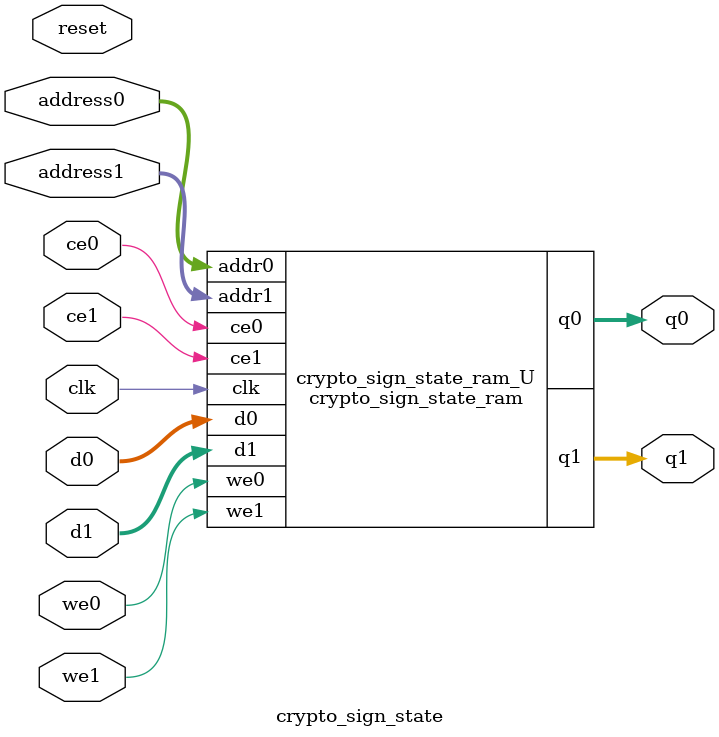
<source format=v>

`timescale 1 ns / 1 ps
module crypto_sign_state_ram (addr0, ce0, d0, we0, q0, addr1, ce1, d1, we1, q1,  clk);

parameter DWIDTH = 64;
parameter AWIDTH = 5;
parameter MEM_SIZE = 25;

input[AWIDTH-1:0] addr0;
input ce0;
input[DWIDTH-1:0] d0;
input we0;
output reg[DWIDTH-1:0] q0;
input[AWIDTH-1:0] addr1;
input ce1;
input[DWIDTH-1:0] d1;
input we1;
output reg[DWIDTH-1:0] q1;
input clk;

(* ram_style = "block" *)reg [DWIDTH-1:0] ram[0:MEM_SIZE-1];




always @(posedge clk)  
begin 
    if (ce0) 
    begin
        if (we0) 
        begin 
            ram[addr0] <= d0; 
            q0 <= d0;
        end 
        else 
            q0 <= ram[addr0];
    end
end


always @(posedge clk)  
begin 
    if (ce1) 
    begin
        if (we1) 
        begin 
            ram[addr1] <= d1; 
            q1 <= d1;
        end 
        else 
            q1 <= ram[addr1];
    end
end


endmodule


`timescale 1 ns / 1 ps
module crypto_sign_state(
    reset,
    clk,
    address0,
    ce0,
    we0,
    d0,
    q0,
    address1,
    ce1,
    we1,
    d1,
    q1);

parameter DataWidth = 32'd64;
parameter AddressRange = 32'd25;
parameter AddressWidth = 32'd5;
input reset;
input clk;
input[AddressWidth - 1:0] address0;
input ce0;
input we0;
input[DataWidth - 1:0] d0;
output[DataWidth - 1:0] q0;
input[AddressWidth - 1:0] address1;
input ce1;
input we1;
input[DataWidth - 1:0] d1;
output[DataWidth - 1:0] q1;



crypto_sign_state_ram crypto_sign_state_ram_U(
    .clk( clk ),
    .addr0( address0 ),
    .ce0( ce0 ),
    .we0( we0 ),
    .d0( d0 ),
    .q0( q0 ),
    .addr1( address1 ),
    .ce1( ce1 ),
    .we1( we1 ),
    .d1( d1 ),
    .q1( q1 ));

endmodule


</source>
